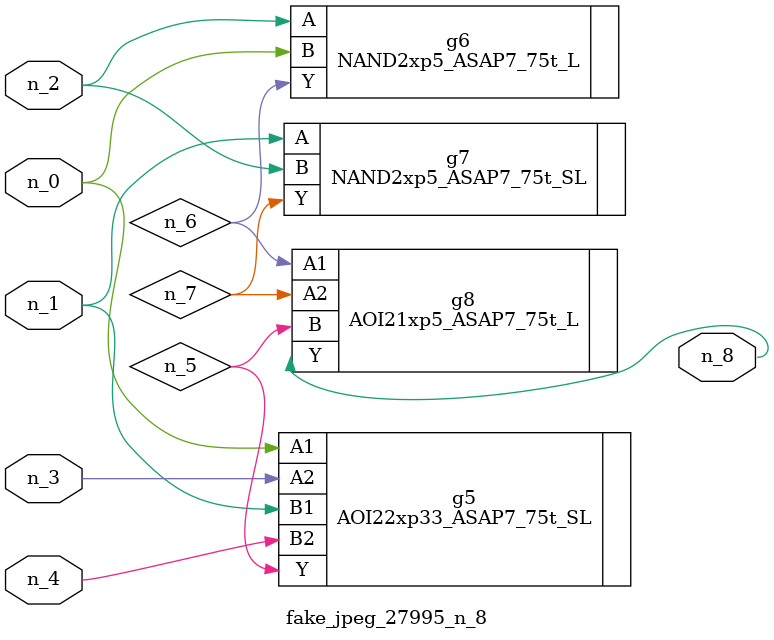
<source format=v>
module fake_jpeg_27995_n_8 (n_3, n_2, n_1, n_0, n_4, n_8);

input n_3;
input n_2;
input n_1;
input n_0;
input n_4;

output n_8;

wire n_6;
wire n_5;
wire n_7;

AOI22xp33_ASAP7_75t_SL g5 ( 
.A1(n_0),
.A2(n_3),
.B1(n_1),
.B2(n_4),
.Y(n_5)
);

NAND2xp5_ASAP7_75t_L g6 ( 
.A(n_2),
.B(n_0),
.Y(n_6)
);

NAND2xp5_ASAP7_75t_SL g7 ( 
.A(n_1),
.B(n_2),
.Y(n_7)
);

AOI21xp5_ASAP7_75t_L g8 ( 
.A1(n_6),
.A2(n_7),
.B(n_5),
.Y(n_8)
);


endmodule
</source>
